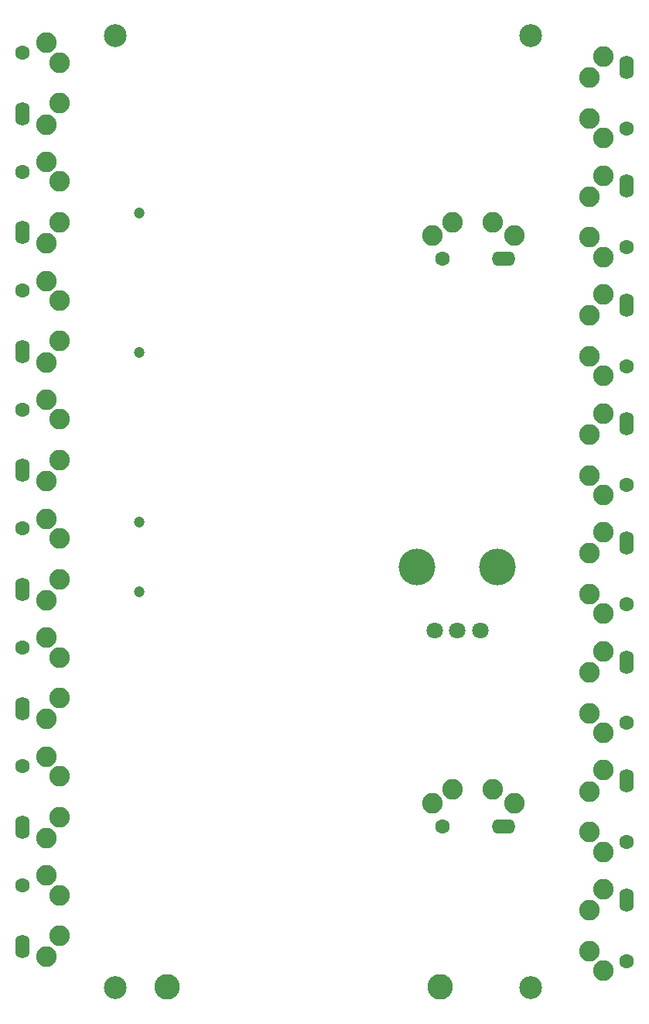
<source format=gbr>
%TF.GenerationSoftware,KiCad,Pcbnew,(6.0.1)*%
%TF.CreationDate,2023-03-15T08:08:41-07:00*%
%TF.ProjectId,pipes_main,70697065-735f-46d6-9169-6e2e6b696361,rev?*%
%TF.SameCoordinates,Original*%
%TF.FileFunction,Soldermask,Top*%
%TF.FilePolarity,Negative*%
%FSLAX46Y46*%
G04 Gerber Fmt 4.6, Leading zero omitted, Abs format (unit mm)*
G04 Created by KiCad (PCBNEW (6.0.1)) date 2023-03-15 08:08:41*
%MOMM*%
%LPD*%
G01*
G04 APERTURE LIST*
%ADD10C,2.500000*%
%ADD11C,2.250000*%
%ADD12O,1.600000X2.600000*%
%ADD13C,1.600000*%
%ADD14C,4.000000*%
%ADD15C,1.800000*%
%ADD16O,2.600000X1.600000*%
%ADD17C,2.800000*%
%ADD18C,1.200000*%
G04 APERTURE END LIST*
D10*
%TO.C,H2*%
X98000000Y-43000000D03*
%TD*%
D11*
%TO.C,J16*%
X106000000Y-132180000D03*
X106000000Y-123280000D03*
X104500000Y-130030000D03*
X104500000Y-125580000D03*
D12*
X108550000Y-124440000D03*
D13*
X108550000Y-131120000D03*
%TD*%
D11*
%TO.C,J14*%
X106000000Y-80180000D03*
X106000000Y-71280000D03*
X104500000Y-78030000D03*
X104500000Y-73580000D03*
D12*
X108550000Y-72440000D03*
D13*
X108550000Y-79120000D03*
%TD*%
D14*
%TO.C,RV1*%
X94420000Y-101030000D03*
X85620000Y-101030000D03*
D15*
X92520000Y-108030000D03*
X90020000Y-108030000D03*
X87520000Y-108030000D03*
%TD*%
D11*
%TO.C,J9*%
X45000000Y-82780000D03*
X45000000Y-91680000D03*
X46500000Y-84930000D03*
X46500000Y-89380000D03*
D12*
X42450000Y-90520000D03*
D13*
X42450000Y-83840000D03*
%TD*%
D11*
%TO.C,J15*%
X106000000Y-54180000D03*
X106000000Y-45280000D03*
X104500000Y-52030000D03*
X104500000Y-47580000D03*
D12*
X108550000Y-46440000D03*
D13*
X108550000Y-53120000D03*
%TD*%
D10*
%TO.C,H1*%
X52600000Y-43000000D03*
%TD*%
D11*
%TO.C,J19*%
X106000000Y-145180000D03*
X106000000Y-136280000D03*
X104500000Y-143030000D03*
X104500000Y-138580000D03*
D12*
X108550000Y-137440000D03*
D13*
X108550000Y-144120000D03*
%TD*%
D10*
%TO.C,H3*%
X98000000Y-147000000D03*
%TD*%
D11*
%TO.C,J13*%
X106000000Y-119180000D03*
X106000000Y-110280000D03*
X104500000Y-117030000D03*
X104500000Y-112580000D03*
D12*
X108550000Y-111440000D03*
D13*
X108550000Y-118120000D03*
%TD*%
D11*
%TO.C,J7*%
X45000000Y-43780000D03*
X45000000Y-52680000D03*
X46500000Y-45930000D03*
X46500000Y-50380000D03*
D12*
X42450000Y-51520000D03*
D13*
X42450000Y-44840000D03*
%TD*%
D10*
%TO.C,H4*%
X52600000Y-147000000D03*
%TD*%
D11*
%TO.C,J20*%
X106000000Y-106180000D03*
X106000000Y-97280000D03*
X104500000Y-104030000D03*
X104500000Y-99580000D03*
D12*
X108550000Y-98440000D03*
D13*
X108550000Y-105120000D03*
%TD*%
D11*
%TO.C,J12*%
X45000000Y-95780000D03*
X45000000Y-104680000D03*
X46500000Y-97930000D03*
X46500000Y-102380000D03*
D12*
X42450000Y-103520000D03*
D13*
X42450000Y-96840000D03*
%TD*%
D11*
%TO.C,J5*%
X45000000Y-108780000D03*
X45000000Y-117680000D03*
X46500000Y-110930000D03*
X46500000Y-115380000D03*
D12*
X42450000Y-116520000D03*
D13*
X42450000Y-109840000D03*
%TD*%
D11*
%TO.C,J10*%
X45000000Y-56780000D03*
X45000000Y-65680000D03*
X46500000Y-58930000D03*
X46500000Y-63380000D03*
D12*
X42450000Y-64520000D03*
D13*
X42450000Y-57840000D03*
%TD*%
D11*
%TO.C,J4*%
X87320000Y-126850000D03*
X96220000Y-126850000D03*
X89470000Y-125350000D03*
X93920000Y-125350000D03*
D16*
X95060000Y-129400000D03*
D13*
X88380000Y-129400000D03*
%TD*%
D11*
%TO.C,J11*%
X45000000Y-134780000D03*
X45000000Y-143680000D03*
X46500000Y-136930000D03*
X46500000Y-141380000D03*
D12*
X42450000Y-142520000D03*
D13*
X42450000Y-135840000D03*
%TD*%
D11*
%TO.C,J18*%
X106000000Y-93180000D03*
X106000000Y-84280000D03*
X104500000Y-91030000D03*
X104500000Y-86580000D03*
D12*
X108550000Y-85440000D03*
D13*
X108550000Y-92120000D03*
%TD*%
D11*
%TO.C,J1*%
X87320000Y-64850000D03*
X96220000Y-64850000D03*
X89470000Y-63350000D03*
X93920000Y-63350000D03*
D16*
X95060000Y-67400000D03*
D13*
X88380000Y-67400000D03*
%TD*%
D11*
%TO.C,J8*%
X45000000Y-121780000D03*
X45000000Y-130680000D03*
X46500000Y-123930000D03*
X46500000Y-128380000D03*
D12*
X42450000Y-129520000D03*
D13*
X42450000Y-122840000D03*
%TD*%
D11*
%TO.C,J6*%
X45000000Y-69780000D03*
X45000000Y-78680000D03*
X46500000Y-71930000D03*
X46500000Y-76380000D03*
D12*
X42450000Y-77520000D03*
D13*
X42450000Y-70840000D03*
%TD*%
D11*
%TO.C,J17*%
X106000000Y-67180000D03*
X106000000Y-58280000D03*
X104500000Y-65030000D03*
X104500000Y-60580000D03*
D12*
X108550000Y-59440000D03*
D13*
X108550000Y-66120000D03*
%TD*%
D17*
%TO.C,TP1*%
X88170000Y-146950000D03*
%TD*%
D18*
%TO.C,J21*%
X55200000Y-62380000D03*
X55200000Y-77620000D03*
%TD*%
D17*
%TO.C,TP2*%
X58280000Y-146950000D03*
%TD*%
D18*
%TO.C,J22*%
X55200000Y-103810000D03*
X55200000Y-96190000D03*
%TD*%
M02*

</source>
